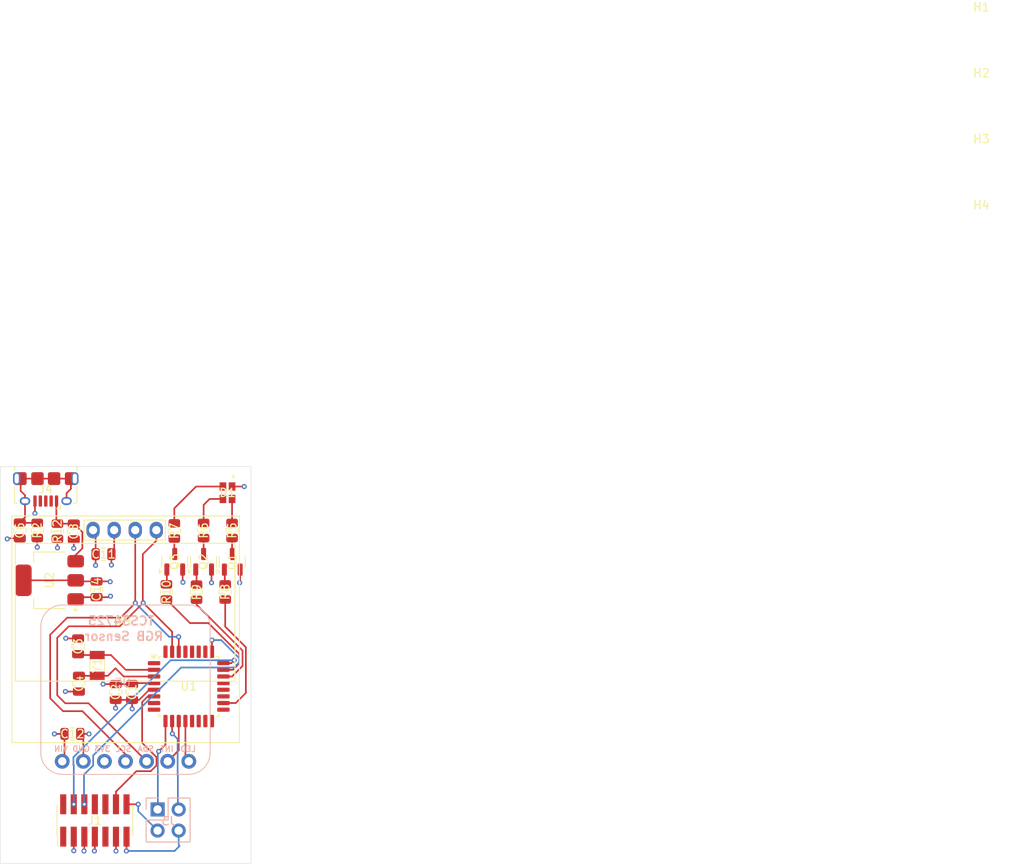
<source format=kicad_pcb>
(kicad_pcb (version 20241229) (generator "pcbnew") (generator_version "9.0")
  (title_block (title "RGB Reader PCB Design") (date "2025-11-04") (rev "1") (company "NAIT") (comment 1 "Jaedyn Carbonell"))
  (layers (0 "F.Cu" signal) (4 "In1.Cu" signal) (6 "In2.Cu" signal) (2 "B.Cu" signal) (13 "F.Paste" user) (15 "B.Paste" user) (5 "F.SilkS" user "F.Silkscreen") (7 "B.SilkS" user "B.Silkscreen") (1 "F.Mask" user) (3 "B.Mask" user) (25 "Edge.Cuts" user))
  (net 0 "")
  (net 1 "GND")
  (net 2 "+3.3V")
  (net 3 "Net-(U1-PC14)")
  (net 4 "Net-(U1-PC15)")
  (net 5 "VBUS")
  (net 6 "Net-(J1-VCP_TX)")
  (net 8 "Net-(J1-JCLK{slash}SWCLK)")
  (net 10 "Net-(J1-VCP_RX)")
  (net 11 "Net-(J1-JTMS{slash}SWDIO)")
  (net 12 "Net-(J1-~{RST})")
  (net 16 "Net-(J3-Pin_1)")
  (net 17 "Net-(J3-Pin_3)")
  (net 25 "LED")
  (net 29 "SCL")
  (net 31 "INT")
  (net 33 "SDA")
  (net 38 "Net-(Q1-B)")
  (net 39 "Net-(Q1-C)")
  (net 40 "Net-(Q2-C)")
  (net 41 "Net-(Q3-C)")
  (net 42 "Net-(D1-Pad2)")
  (net 43 "Net-(D1-Pad3)")
  (net 44 "Net-(D1-Pad4)")
  (net 45 "PWM1")
  (net 46 "PWM2")
  (net 47 "PWM3")
  (net 49 "Net-(J4-Shield)")
  (net 53 "Net-(Q2-B)")
  (net 54 "Net-(Q3-B)")
  (footprint "Capacitor_SMD:C_0805_2012Metric" (layer "F.Cu") (at 165.475 79.315 90)
    (property "Reference" "C8" (at 0 0 270) (layer "F.SilkS"))
    (property "Value" "10uF" (hide yes))
    (pad "1" smd roundrect (at -0.95 0 90) (size 1 1.45) (layers "F.Cu" "F.Mask" "F.Paste") (net 1 "GND"))
    (pad "2" smd roundrect (at 0.95 0 90) (size 1 1.45) (layers "F.Cu" "F.Mask" "F.Paste") (net 5 "VBUS"))
  )
  (footprint "Capacitor_SMD:C_0805_2012Metric" (layer "F.Cu") (at 172.4902 98.6492 -90)
    (property "Reference" "C1" (at 0 0 90) (layer "F.SilkS"))
    (property "Value" "1uF" (hide yes))
    (pad "1" smd roundrect (at -0.95 0 270) (size 1 1.45) (layers "F.Cu" "F.Mask" "F.Paste") (net 2 "+3.3V"))
    (pad "2" smd roundrect (at 0.95 0 270) (size 1 1.45) (layers "F.Cu" "F.Mask" "F.Paste") (net 1 "GND"))
  )
  (footprint "Resistor_SMD:R_0805_2012Metric" (layer "F.Cu") (at 163.5 79.29 90)
    (property "Reference" "R12" (at 0 0 90) (layer "F.SilkS"))
    (property "Value" "10K" (hide yes))
    (pad "1" smd roundrect (at -0.9125 0 90) (size 1.025 1.4) (layers "F.Cu" "F.Mask" "F.Paste") (roundrect_rratio 0.243902) (net 1 "GND"))
    (pad "2" smd roundrect (at 0.9125 0 90) (size 1.025 1.4) (layers "F.Cu" "F.Mask" "F.Paste") (roundrect_rratio 0.243902) (net 5 "VBUS"))
  )
  (footprint "MountingHole:MountingHole_3.2mm_M3" (layer "F.Cu") (at 274.725 36.25)
    (property "Reference" "H3" (at 0 -4.2 0) (layer "F.SilkS"))
    (property "Value" "MountingHole" (hide yes))
    (pad "" np_thru_hole circle (at 0 0) (size 3.2 3.2) (drill 3.2) (layers "*.Cu" "*.Mask"))
  )
  (footprint "MountingHole:MountingHole_3.2mm_M3" (layer "F.Cu") (at 274.725 44.2)
    (property "Reference" "H4" (at 0 -4.2 0) (layer "F.SilkS"))
    (property "Value" "MountingHole" (hide yes))
    (pad "" np_thru_hole circle (at 0 0) (size 3.2 3.2) (drill 3.2) (layers "*.Cu" "*.Mask"))
  )
  (footprint "Package_TO_SOT_SMD:SOT-223-3_TabPin2" (layer "F.Cu") (at 162.55 85.2 180)
    (property "Reference" "U2" (at 0 0 90) (layer "F.SilkS"))
    (property "Value" "NCP1117-3.3_SOT223" (hide yes))
    (pad "1" smd roundrect (at -3.15 -2.3 180) (size 2 1.5) (layers "F.Cu" "F.Mask" "F.Paste") (net 1 "GND"))
    (pad "2" smd roundrect (at -3.15 0 180) (size 2 1.5) (layers "F.Cu" "F.Mask" "F.Paste") (net 2 "+3.3V"))
    (pad "2" smd roundrect (at 3.15 0 180) (size 2 3.8) (layers "F.Cu" "F.Mask" "F.Paste") (net 2 "+3.3V"))
    (pad "3" smd roundrect (at -3.15 2.3 180) (size 2 1.5) (layers "F.Cu" "F.Mask" "F.Paste") (net 5 "VBUS"))
  )
  (footprint "Capacitor_SMD:C_0805_2012Metric" (layer "F.Cu") (at 168.21 86.28 90)
    (property "Reference" "C14" (at 0 0 90) (layer "F.SilkS"))
    (property "Value" "10uF" (hide yes))
    (pad "1" smd roundrect (at -0.95 0 90) (size 1 1.45) (layers "F.Cu" "F.Mask" "F.Paste") (net 1 "GND"))
    (pad "2" smd roundrect (at 0.95 0 90) (size 1 1.45) (layers "F.Cu" "F.Mask" "F.Paste") (net 2 "+3.3V"))
  )
  (footprint "Package_TO_SOT_SMD:SOT-23" (layer "F.Cu") (at 181.1 82.9625 90)
    (property "Reference" "Q2" (at 0 0 90) (layer "F.SilkS"))
    (property "Value" "MMBT3904" (hide yes))
    (pad "1" smd roundrect (at -0.9375 -0.95 90) (size 1.475 0.6) (layers "F.Cu" "F.Mask" "F.Paste") (net 53 "Net-(Q2-B)"))
    (pad "2" smd roundrect (at -0.9375 0.95 90) (size 1.475 0.6) (layers "F.Cu" "F.Mask" "F.Paste") (net 1 "GND"))
    (pad "3" smd roundrect (at 0.9375 0 90) (size 1.475 0.6) (layers "F.Cu" "F.Mask" "F.Paste") (net 40 "Net-(Q2-C)"))
  )
  (footprint "Capacitor_SMD:C_0805_2012Metric" (layer "F.Cu") (at 158.975 79.19 -90)
    (property "Reference" "C6" (at 0 0 90) (layer "F.SilkS"))
    (property "Value" "4.7nF 1KV" (hide yes))
    (pad "1" smd roundrect (at -0.95 0 270) (size 1 1.45) (layers "F.Cu" "F.Mask" "F.Paste") (net 49 "Net-(J4-Shield)"))
    (pad "2" smd roundrect (at 0.95 0 270) (size 1 1.45) (layers "F.Cu" "F.Mask" "F.Paste") (net 1 "GND"))
  )
  (footprint "RGB_LED:LED_CLMVC-FKA-CLBDGL7LBB79353" (layer "F.Cu") (at 183.975 74.65 -90)
    (property "Reference" "D1" (at 0 0 180) (layer "F.SilkS"))
    (property "Value" "CLMVC-FKA-CLBDGL7LBB79353" (hide yes))
    (pad "1" smd rect (at -0.75 -0.55 270) (size 1 0.8) (layers "F.Cu" "F.Mask" "F.Paste") (net 2 "+3.3V"))
    (pad "2" smd rect (at 0.75 -0.55 270) (size 1 0.8) (layers "F.Cu" "F.Mask" "F.Paste") (net 42 "Net-(D1-Pad2)"))
    (pad "3" smd rect (at 0.75 0.55 270) (size 1 0.8) (layers "F.Cu" "F.Mask" "F.Paste") (net 43 "Net-(D1-Pad3)"))
    (pad "4" smd rect (at -0.75 0.55 270) (size 1 0.8) (layers "F.Cu" "F.Mask" "F.Paste") (net 44 "Net-(D1-Pad4)"))
  )
  (footprint "MountingHole:MountingHole_3.2mm_M3" (layer "F.Cu") (at 274.725 28.3)
    (property "Reference" "H2" (at 0 -4.2 0) (layer "F.SilkS"))
    (property "Value" "MountingHole")
    (pad "" np_thru_hole circle (at 0 0) (size 3.2 3.2) (drill 3.2) (layers "*.Cu" "*.Mask"))
  )
  (footprint "Connector_USB:USB_Micro-B_Amphenol_10118194_Horizontal" (layer "F.Cu") (at 162.1 74.25 180)
    (property "Reference" "J4" (at 0 0 0) (layer "F.SilkS"))
    (property "Value" "USB_B_Micro")
    (pad "1" smd roundrect (at -1.3 -1.4 180) (size 0.4 1.35) (layers "F.Cu" "F.Mask" "F.Paste") (net 5 "VBUS"))
    (pad "2" smd roundrect (at -0.65 -1.4 180) (size 0.4 1.35) (layers "F.Cu" "F.Mask" "F.Paste"))
    (pad "3" smd roundrect (at 0 -1.4 180) (size 0.4 1.35) (layers "F.Cu" "F.Mask" "F.Paste"))
    (pad "4" smd roundrect (at 0.65 -1.4 180) (size 0.4 1.35) (layers "F.Cu" "F.Mask" "F.Paste"))
    (pad "5" smd roundrect (at 1.3 -1.4 180) (size 0.4 1.35) (layers "F.Cu" "F.Mask" "F.Paste") (net 1 "GND"))
    (pad "6" thru_hole oval (at -3.5 1.3 180) (size 0.89 1.55) (drill oval 0.5 1.15) (property pad_prop_heatsink) (layers "*.Cu" "*.Mask") (net 49 "Net-(J4-Shield)"))
    (pad "6" smd roundrect (at -3.025 1.3 180) (size 1.45 1.55) (layers "F.Cu" "F.Mask" "F.Paste") (roundrect_rratio 0.1724137931) (net 49 "Net-(J4-Shield)"))
    (pad "6" thru_hole oval (at -2.5 -1.4 180) (size 1.25 0.95) (drill oval 0.85 0.55) (property pad_prop_heatsink) (layers "*.Cu" "*.Mask") (net 49 "Net-(J4-Shield)"))
    (pad "6" smd roundrect (at -1 1.3 180) (size 1.5 1.55) (layers "F.Cu" "F.Mask" "F.Paste") (roundrect_rratio 0.1666666667) (net 49 "Net-(J4-Shield)"))
    (pad "6" smd roundrect (at 1 1.3 180) (size 1.5 1.55) (layers "F.Cu" "F.Mask" "F.Paste") (roundrect_rratio 0.1666666667) (net 49 "Net-(J4-Shield)"))
    (pad "6" thru_hole oval (at 2.5 -1.4 180) (size 1.25 0.95) (drill oval 0.85 0.55) (property pad_prop_heatsink) (layers "*.Cu" "*.Mask") (net 49 "Net-(J4-Shield)"))
    (pad "6" smd roundrect (at 3.025 1.3 180) (size 1.45 1.55) (layers "F.Cu" "F.Mask" "F.Paste") (roundrect_rratio 0.1724137931) (net 49 "Net-(J4-Shield)"))
    (pad "6" thru_hole oval (at 3.5 1.3 180) (size 0.89 1.55) (drill oval 0.5 1.15) (property pad_prop_heatsink) (layers "*.Cu" "*.Mask") (net 49 "Net-(J4-Shield)"))
  )
  (footprint "Connector_PinHeader_1.27mm:PinHeader_2x07_P1.27mm_Vertical_SMD" (layer "F.Cu") (at 168.01 114.125 90)
    (property "Reference" "J1" (at 0 0 180) (layer "F.SilkS"))
    (property "Value" "Conn_ST_STDC14" (hide yes))
    (pad "1" smd rect (at -1.95 -3.81 90) (size 2.4 0.74) (layers "F.Cu" "F.Mask" "F.Paste"))
    (pad "2" smd rect (at 1.95 -3.81 90) (size 2.4 0.74) (layers "F.Cu" "F.Mask" "F.Paste"))
    (pad "3" smd rect (at -1.95 -2.54 90) (size 2.4 0.74) (layers "F.Cu" "F.Mask" "F.Paste") (net 2 "+3.3V"))
    (pad "4" smd rect (at 1.95 -2.54 90) (size 2.4 0.74) (layers "F.Cu" "F.Mask" "F.Paste") (net 11 "Net-(J1-JTMS{slash}SWDIO)"))
    (pad "5" smd rect (at -1.95 -1.27 90) (size 2.4 0.74) (layers "F.Cu" "F.Mask" "F.Paste") (net 1 "GND"))
    (pad "6" smd rect (at 1.95 -1.27 90) (size 2.4 0.74) (layers "F.Cu" "F.Mask" "F.Paste") (net 8 "Net-(J1-JCLK{slash}SWCLK)"))
    (pad "7" smd rect (at -1.95 0 90) (size 2.4 0.74) (layers "F.Cu" "F.Mask" "F.Paste") (net 1 "GND"))
    (pad "8" smd rect (at 1.95 0 90) (size 2.4 0.74) (layers "F.Cu" "F.Mask" "F.Paste"))
    (pad "9" smd rect (at -1.95 1.27 90) (size 2.4 0.74) (layers "F.Cu" "F.Mask" "F.Paste"))
    (pad "10" smd rect (at 1.95 1.27 90) (size 2.4 0.74) (layers "F.Cu" "F.Mask" "F.Paste"))
    (pad "11" smd rect (at -1.95 2.54 90) (size 2.4 0.74) (layers "F.Cu" "F.Mask" "F.Paste") (net 1 "GND"))
    (pad "12" smd rect (at 1.95 2.54 90) (size 2.4 0.74) (layers "F.Cu" "F.Mask" "F.Paste") (net 12 "Net-(J1-~{RST})"))
    (pad "13" smd rect (at -1.95 3.81 90) (size 2.4 0.74) (layers "F.Cu" "F.Mask" "F.Paste") (net 10 "Net-(J1-VCP_RX)"))
    (pad "14" smd rect (at 1.95 3.81 90) (size 2.4 0.74) (layers "F.Cu" "F.Mask" "F.Paste") (net 6 "Net-(J1-VCP_TX)"))
  )
  (footprint "Package_QFP:LQFP-32_7x7mm_P0.8mm" (layer "F.Cu") (at 179.31 97.98)
    (property "Reference" "U1" (at 0 0 0) (layer "F.SilkS"))
    (property "Value" "STM32G031K8Tx")
    (pad "1" smd roundrect (at -4.175 -2.8) (size 1.5 0.5) (layers "F.Cu" "F.Mask" "F.Paste"))
    (pad "2" smd roundrect (at -4.175 -2) (size 1.5 0.5) (layers "F.Cu" "F.Mask" "F.Paste") (net 3 "Net-(U1-PC14)"))
    (pad "3" smd roundrect (at -4.175 -1.2) (size 1.5 0.5) (layers "F.Cu" "F.Mask" "F.Paste") (net 4 "Net-(U1-PC15)"))
    (pad "4" smd roundrect (at -4.175 -0.4) (size 1.5 0.5) (layers "F.Cu" "F.Mask" "F.Paste") (net 2 "+3.3V"))
    (pad "5" smd roundrect (at -4.175 0.4) (size 1.5 0.5) (layers "F.Cu" "F.Mask" "F.Paste") (net 1 "GND"))
    (pad "6" smd roundrect (at -4.175 1.2) (size 1.5 0.5) (layers "F.Cu" "F.Mask" "F.Paste") (net 12 "Net-(J1-~{RST})"))
    (pad "7" smd roundrect (at -4.175 2) (size 1.5 0.5) (layers "F.Cu" "F.Mask" "F.Paste"))
    (pad "8" smd roundrect (at -4.175 2.8) (size 1.5 0.5) (layers "F.Cu" "F.Mask" "F.Paste"))
    (pad "9" smd roundrect (at -2.8 4.175) (size 0.5 1.5) (layers "F.Cu" "F.Mask" "F.Paste") (net 16 "Net-(J3-Pin_1)"))
    (pad "10" smd roundrect (at -2 4.175) (size 0.5 1.5) (layers "F.Cu" "F.Mask" "F.Paste") (net 17 "Net-(J3-Pin_3)"))
    (pad "11" smd roundrect (at -1.2 4.175) (size 0.5 1.5) (layers "F.Cu" "F.Mask" "F.Paste") (net 31 "INT"))
    (pad "12" smd roundrect (at -0.4 4.175) (size 0.5 1.5) (layers "F.Cu" "F.Mask" "F.Paste") (net 25 "LED"))
    (pad "13" smd roundrect (at 0.4 4.175) (size 0.5 1.5) (layers "F.Cu" "F.Mask" "F.Paste"))
    (pad "14" smd roundrect (at 1.2 4.175) (size 0.5 1.5) (layers "F.Cu" "F.Mask" "F.Paste"))
    (pad "15" smd roundrect (at 2 4.175) (size 0.5 1.5) (layers "F.Cu" "F.Mask" "F.Paste"))
    (pad "16" smd roundrect (at 2.8 4.175) (size 0.5 1.5) (layers "F.Cu" "F.Mask" "F.Paste"))
    (pad "17" smd roundrect (at 4.175 2.8) (size 1.5 0.5) (layers "F.Cu" "F.Mask" "F.Paste"))
    (pad "18" smd roundrect (at 4.175 2) (size 1.5 0.5) (layers "F.Cu" "F.Mask" "F.Paste") (net 45 "PWM1"))
    (pad "19" smd roundrect (at 4.175 1.2) (size 1.5 0.5) (layers "F.Cu" "F.Mask" "F.Paste"))
    (pad "20" smd roundrect (at 4.175 0.4) (size 1.5 0.5) (layers "F.Cu" "F.Mask" "F.Paste"))
    (pad "21" smd roundrect (at 4.175 -0.4) (size 1.5 0.5) (layers "F.Cu" "F.Mask" "F.Paste"))
    (pad "22" smd roundrect (at 4.175 -1.2) (size 1.5 0.5) (layers "F.Cu" "F.Mask" "F.Paste") (net 46 "PWM2"))
    (pad "23" smd roundrect (at 4.175 -2) (size 1.5 0.5) (layers "F.Cu" "F.Mask" "F.Paste") (net 47 "PWM3"))
    (pad "24" smd roundrect (at 4.175 -2.8) (size 1.5 0.5) (layers "F.Cu" "F.Mask" "F.Paste") (net 11 "Net-(J1-JTMS{slash}SWDIO)"))
    (pad "25" smd roundrect (at 2.8 -4.175) (size 0.5 1.5) (layers "F.Cu" "F.Mask" "F.Paste") (net 8 "Net-(J1-JCLK{slash}SWCLK)"))
    (pad "26" smd roundrect (at 2 -4.175) (size 0.5 1.5) (layers "F.Cu" "F.Mask" "F.Paste"))
    (pad "27" smd roundrect (at 1.2 -4.175) (size 0.5 1.5) (layers "F.Cu" "F.Mask" "F.Paste"))
    (pad "28" smd roundrect (at 0.4 -4.175) (size 0.5 1.5) (layers "F.Cu" "F.Mask" "F.Paste"))
    (pad "29" smd roundrect (at -0.4 -4.175) (size 0.5 1.5) (layers "F.Cu" "F.Mask" "F.Paste"))
    (pad "30" smd roundrect (at -1.2 -4.175) (size 0.5 1.5) (layers "F.Cu" "F.Mask" "F.Paste") (net 29 "SCL"))
    (pad "31" smd roundrect (at -2 -4.175) (size 0.5 1.5) (layers "F.Cu" "F.Mask" "F.Paste") (net 33 "SDA"))
    (pad "32" smd roundrect (at -2.8 -4.175) (size 0.5 1.5) (layers "F.Cu" "F.Mask" "F.Paste"))
  )
  (footprint "Capacitor_SMD:C_0805_2012Metric" (layer "F.Cu") (at 166.0902 97.6492 -90)
    (property "Reference" "C4" (at 0 0 90) (layer "F.SilkS"))
    (property "Value" "12.5pF" (hide yes))
    (pad "1" smd roundrect (at -0.95 0 270) (size 1 1.45) (layers "F.Cu" "F.Mask" "F.Paste") (net 4 "Net-(U1-PC15)"))
    (pad "2" smd roundrect (at 0.95 0 270) (size 1 1.45) (layers "F.Cu" "F.Mask" "F.Paste") (net 1 "GND"))
  )
  (footprint "Resistor_SMD:R_0805_2012Metric" (layer "F.Cu") (at 177.575 79.25 -90)
    (property "Reference" "R7" (at 0 0 90) (layer "F.SilkS"))
    (property "Value" "51" (hide yes))
    (pad "1" smd roundrect (at -0.9125 0 270) (size 1.025 1.4) (layers "F.Cu" "F.Mask" "F.Paste") (roundrect_rratio 0.243902) (net 44 "Net-(D1-Pad4)"))
    (pad "2" smd roundrect (at 0.9125 0 270) (size 1.025 1.4) (layers "F.Cu" "F.Mask" "F.Paste") (roundrect_rratio 0.243902) (net 41 "Net-(Q3-C)"))
  )
  (footprint "Capacitor_SMD:C_0805_2012Metric" (layer "F.Cu") (at 169.05 82.05 180)
    (property "Reference" "C11" (at 0 0 180) (layer "F.SilkS"))
    (property "Value" "0.1uF" (hide yes))
    (pad "1" smd roundrect (at -0.95 0 180) (size 1 1.45) (layers "F.Cu" "F.Mask" "F.Paste") (net 2 "+3.3V"))
    (pad "2" smd roundrect (at 0.95 0 180) (size 1 1.45) (layers "F.Cu" "F.Mask" "F.Paste") (net 1 "GND"))
  )
  (footprint "Resistor_SMD:R_0805_2012Metric" (layer "F.Cu") (at 161.075 79.19 -90)
    (property "Reference" "R2" (at 0 0 90) (layer "F.SilkS"))
    (property "Value" "1M" (hide yes))
    (pad "1" smd roundrect (at -0.9125 0 270) (size 1.025 1.4) (layers "F.Cu" "F.Mask" "F.Paste") (roundrect_rratio 0.243902) (net 49 "Net-(J4-Shield)"))
    (pad "2" smd roundrect (at 0.9125 0 270) (size 1.025 1.4) (layers "F.Cu" "F.Mask" "F.Paste") (roundrect_rratio 0.243902) (net 1 "GND"))
  )
  (footprint "MountingHole:MountingHole_3.2mm_M3" (layer "F.Cu") (at 274.725 20.35)
    (property "Reference" "H1" (at 0 -4.2 0) (layer "F.SilkS"))
    (property "Value" "MountingHole" (hide yes))
    (pad "" np_thru_hole circle (at 0 0) (size 3.2 3.2) (drill 3.2) (layers "*.Cu" "*.Mask"))
  )
  (footprint "Resistor_SMD:R_0805_2012Metric" (layer "F.Cu") (at 180.25 86.625 90)
    (property "Reference" "R9" (at 0 0 90) (layer "F.SilkS"))
    (property "Value" "10k" (hide yes))
    (pad "1" smd roundrect (at -0.9125 0 90) (size 1.025 1.4) (layers "F.Cu" "F.Mask" "F.Paste") (roundrect_rratio 0.243902) (net 46 "PWM2"))
    (pad "2" smd roundrect (at 0.9125 0 90) (size 1.025 1.4) (layers "F.Cu" "F.Mask" "F.Paste") (roundrect_rratio 0.243902) (net 53 "Net-(Q2-B)"))
  )
  (footprint "Capacitor_SMD:C_0805_2012Metric" (layer "F.Cu") (at 170.5152 98.6492 -90)
    (property "Reference" "C2" (at 0 0 90) (layer "F.SilkS"))
    (property "Value" "4.7uF" (hide yes))
    (pad "1" smd roundrect (at -0.95 0 270) (size 1 1.45) (layers "F.Cu" "F.Mask" "F.Paste") (net 2 "+3.3V"))
    (pad "2" smd roundrect (at 0.95 0 270) (size 1 1.45) (layers "F.Cu" "F.Mask" "F.Paste") (net 1 "GND"))
  )
  (footprint "Package_TO_SOT_SMD:SOT-23" (layer "F.Cu") (at 177.625 82.9625 90)
    (property "Reference" "Q3" (at 0 0 90) (layer "F.SilkS"))
    (property "Value" "MMBT3904" (hide yes))
    (pad "1" smd roundrect (at -0.9375 -0.95 90) (size 1.475 0.6) (layers "F.Cu" "F.Mask" "F.Paste") (net 54 "Net-(Q3-B)"))
    (pad "2" smd roundrect (at -0.9375 0.95 90) (size 1.475 0.6) (layers "F.Cu" "F.Mask" "F.Paste") (net 1 "GND"))
    (pad "3" smd roundrect (at 0.9375 0 90) (size 1.475 0.6) (layers "F.Cu" "F.Mask" "F.Paste") (net 41 "Net-(Q3-C)"))
  )
  (footprint "SSD1306:128x64OLED" (layer "F.Cu") (at 171.41 89.75)
    (property "Reference" "U4" (at 0 0.254 0) (layer "F.SilkS"))
    (property "Value" "SSD1306 128 x 64 OLED (0x3C)" (hide yes))
    (pad "1" thru_hole oval (at -3.62 -10.6 90) (size 2 1.6) (drill 1) (layers "*.Cu" "*.Mask") (net 1 "GND"))
    (pad "2" thru_hole oval (at -1.08 -10.6 90) (size 2 1.6) (drill 1) (layers "*.Cu" "*.Mask") (net 2 "+3.3V"))
    (pad "3" thru_hole oval (at 1.46 -10.6 90) (size 2 1.6) (drill 1) (layers "*.Cu" "*.Mask") (net 29 "SCL"))
    (pad "4" thru_hole oval (at 4 -10.6 90) (size 2 1.6) (drill 1) (layers "*.Cu" "*.Mask") (net 33 "SDA"))
  )
  (footprint "Capacitor_SMD:C_0805_2012Metric" (layer "F.Cu") (at 165.9902 93.1492 90)
    (property "Reference" "C3" (at 0 0 90) (layer "F.SilkS"))
    (property "Value" "12.5pF" (hide yes))
    (pad "1" smd roundrect (at -0.95 0 90) (size 1 1.45) (layers "F.Cu" "F.Mask" "F.Paste") (net 3 "Net-(U1-PC14)"))
    (pad "2" smd roundrect (at 0.95 0 90) (size 1 1.45) (layers "F.Cu" "F.Mask" "F.Paste") (net 1 "GND"))
  )
  (footprint "Resistor_SMD:R_0805_2012Metric" (layer "F.Cu") (at 184.525 79.2 -90)
    (property "Reference" "R5" (at 0 0 90) (layer "F.SilkS"))
    (property "Value" "470" (hide yes))
    (pad "1" smd roundrect (at -0.9125 0 270) (size 1.025 1.4) (layers "F.Cu" "F.Mask" "F.Paste") (roundrect_rratio 0.243902) (net 42 "Net-(D1-Pad2)"))
    (pad "2" smd roundrect (at 0.9125 0 270) (size 1.025 1.4) (layers "F.Cu" "F.Mask" "F.Paste") (roundrect_rratio 0.243902) (net 39 "Net-(Q1-C)"))
  )
  (footprint "Package_TO_SOT_SMD:SOT-23" (layer "F.Cu") (at 184.55 82.975 90)
    (property "Reference" "Q1" (at 0 0 90) (layer "F.SilkS"))
    (property "Value" "MMBT3904" (hide yes))
    (pad "1" smd roundrect (at -0.9375 -0.95 90) (size 1.475 0.6) (layers "F.Cu" "F.Mask" "F.Paste") (net 38 "Net-(Q1-B)"))
    (pad "2" smd roundrect (at -0.9375 0.95 90) (size 1.475 0.6) (layers "F.Cu" "F.Mask" "F.Paste") (net 1 "GND"))
    (pad "3" smd roundrect (at 0.9375 0 90) (size 1.475 0.6) (layers "F.Cu" "F.Mask" "F.Paste") (net 39 "Net-(Q1-C)"))
  )
  (footprint "Resistor_SMD:R_0805_2012Metric" (layer "F.Cu") (at 176.625 86.6 90)
    (property "Reference" "R10" (at 0 0 90) (layer "F.SilkS"))
    (property "Value" "10k" (hide yes))
    (pad "1" smd roundrect (at -0.9125 0 90) (size 1.025 1.4) (layers "F.Cu" "F.Mask" "F.Paste") (roundrect_rratio 0.243902) (net 47 "PWM3"))
    (pad "2" smd roundrect (at 0.9125 0 90) (size 1.025 1.4) (layers "F.Cu" "F.Mask" "F.Paste") (roundrect_rratio 0.243902) (net 54 "Net-(Q3-B)"))
  )
  (footprint "Resistor_SMD:R_0805_2012Metric" (layer "F.Cu") (at 181.1 79.2 -90)
    (property "Reference" "R6" (at 0 0 90) (layer "F.SilkS"))
    (property "Value" "220" (hide yes))
    (pad "1" smd roundrect (at -0.9125 0 270) (size 1.025 1.4) (layers "F.Cu" "F.Mask" "F.Paste") (roundrect_rratio 0.243902) (net 43 "Net-(D1-Pad3)"))
    (pad "2" smd roundrect (at 0.9125 0 270) (size 1.025 1.4) (layers "F.Cu" "F.Mask" "F.Paste") (roundrect_rratio 0.243902) (net 40 "Net-(Q2-C)"))
  )
  (footprint "Resistor_SMD:R_0805_2012Metric" (layer "F.Cu") (at 183.7 86.6 90)
    (property "Reference" "R8" (at 0 0 90) (layer "F.SilkS"))
    (property "Value" "10k" (hide yes))
    (pad "1" smd roundrect (at -0.9125 0 90) (size 1.025 1.4) (layers "F.Cu" "F.Mask" "F.Paste") (roundrect_rratio 0.243902) (net 45 "PWM1"))
    (pad "2" smd roundrect (at 0.9125 0 90) (size 1.025 1.4) (layers "F.Cu" "F.Mask" "F.Paste") (roundrect_rratio 0.243902) (net 38 "Net-(Q1-B)"))
  )
  (footprint "Capacitor_SMD:C_0805_2012Metric" (layer "F.Cu") (at 165.3 103.7)
    (property "Reference" "C12" (at 0 0 0) (layer "F.SilkS"))
    (property "Value" "0.1uF" (hide yes))
    (pad "1" smd roundrect (at -0.95 0) (size 1 1.45) (layers "F.Cu" "F.Mask" "F.Paste") (net 2 "+3.3V"))
    (pad "2" smd roundrect (at 0.95 0) (size 1 1.45) (layers "F.Cu" "F.Mask" "F.Paste") (net 1 "GND"))
  )
  (footprint "Crystal:Crystal_SMD_3215-2Pin_3.2x1.5mm" (layer "F.Cu") (at 168.2902 95.4492 90)
    (property "Reference" "Y1" (at 0 0 90) (layer "F.SilkS"))
    (property "Value" "Crystal" (hide yes))
    (pad "1" smd rect (at 1.25 0 90) (size 1 1.8) (layers "F.Cu" "F.Mask" "F.Paste") (net 3 "Net-(U1-PC14)"))
    (pad "2" smd rect (at -1.25 0 90) (size 1 1.8) (layers "F.Cu" "F.Mask" "F.Paste") (net 4 "Net-(U1-PC15)"))
  )
  (footprint "Connector_PinHeader_2.54mm:PinHeader_2x02_P2.54mm_Vertical" (layer "B.Cu") (at 175.56 112.8 -90)
    (property "Reference" "J3" (at 1.4 -1.34 180) (layer "B.SilkS") (effects (justify mirror)))
    (property "Value" "Conn_02x02_Odd_Even" (hide yes))
    (pad "1" thru_hole rect (at 0 0 270) (size 1.7 1.7) (drill 1) (layers "*.Cu" "*.Mask") (net 16 "Net-(J3-Pin_1)"))
    (pad "2" thru_hole circle (at 2.54 0 270) (size 1.7 1.7) (drill 1) (layers "*.Cu" "*.Mask") (net 6 "Net-(J1-VCP_TX)"))
    (pad "3" thru_hole circle (at 0 -2.54 270) (size 1.7 1.7) (drill 1) (layers "*.Cu" "*.Mask") (net 17 "Net-(J3-Pin_3)"))
    (pad "4" thru_hole circle (at 2.54 -2.54 270) (size 1.7 1.7) (drill 1) (layers "*.Cu" "*.Mask") (net 10 "Net-(J1-VCP_RX)"))
  )
  (footprint "Sensor:TCS34725" (layer "B.Cu") (at 171.616051 87.632 180)
    (property "Reference" "U5" (at 0.265 -9.9025 0) (layer "B.SilkS") (effects (font (thickness 0.1)) (justify mirror)))
    (property "Value" "TCS34725 (0x29)")
    (fp_text user "TCS34725" (at -3.685 -3.0775 0) (layer "B.SilkS") (effects (font (size 1.0668 1.0668) (thickness 0.2032)) (justify left bottom mirror)))
    (fp_text user "SDA" (at -3.577949 -18.273 0) (layer "B.SilkS") (effects (font (size 0.682752 0.682752) (thickness 0.130048)) (justify left bottom mirror)))
    (fp_text user "LED" (at -8.637949 -18.273 0) (layer "B.SilkS") (effects (font (size 0.682752 0.682752) (thickness 0.130048)) (justify left bottom mirror)))
    (fp_text user "RGB Sensor" (at -4.728 -4.9315 0) (layer "B.SilkS") (effects (font (size 1.0668 1.0668) (thickness 0.2032)) (justify left bottom mirror)))
    (fp_text user "INT" (at -5.937949 -18.273 0) (layer "B.SilkS") (effects (font (size 0.682752 0.682752) (thickness 0.130048)) (justify left bottom mirror)))
    (fp_text user "SCL" (at -0.870949 -18.273 0) (layer "B.SilkS") (effects (font (size 0.682752 0.682752) (thickness 0.130048)) (justify left bottom mirror)))
    (fp_text user "GND" (at 4.129051 -18.273 0) (layer "B.SilkS") (effects (font (size 0.682752 0.682752) (thickness 0.130048)) (justify left bottom mirror)))
    (fp_text user "VIN" (at 6.789051 -18.273 0) (layer "B.SilkS") (effects (font (size 0.682752 0.682752) (thickness 0.130048)) (justify left bottom mirror)))
    (fp_text user "3V3" (at 1.676051 -18.273 0) (layer "B.SilkS") (effects (font (size 0.682752 0.682752) (thickness 0.130048)) (justify left bottom mirror)))
    (pad "1" thru_hole circle (at 7.536051 -19.368 270) (size 1.778 1.778) (drill 1) (layers "*.Cu" "*.Mask") (net 2 "+3.3V"))
    (pad "2" thru_hole circle (at 4.996051 -19.368 270) (size 1.778 1.778) (drill 1) (layers "*.Cu" "*.Mask") (net 1 "GND"))
    (pad "3" thru_hole circle (at 2.456051 -19.368 270) (size 1.778 1.778) (drill 1) (layers "*.Cu" "*.Mask"))
    (pad "4" thru_hole circle (at -0.083949 -19.368 270) (size 1.778 1.778) (drill 1) (layers "*.Cu" "*.Mask") (net 29 "SCL"))
    (pad "5" thru_hole circle (at -2.623949 -19.368 270) (size 1.778 1.778) (drill 1) (layers "*.Cu" "*.Mask") (net 33 "SDA"))
    (pad "6" thru_hole circle (at -5.163949 -19.368 270) (size 1.778 1.778) (drill 1) (layers "*.Cu" "*.Mask") (net 31 "INT"))
    (pad "7" thru_hole circle (at -7.703949 -19.368 270) (size 1.778 1.778) (drill 1) (layers "*.Cu" "*.Mask") (net 25 "LED"))
  )
  (gr_rect (start 156.625 71.5) (end 186.8 119.3) (stroke (width 0.05)) (fill no) (layer "Edge.Cuts"))
  (segment (start 169.77 87.23) (end 169.89 87.11) (width 0.2) (layer "F.Cu") (net 1))
  (segment (start 163.5 81.28) (end 163.51 81.29) (width 0.2) (layer "F.Cu") (net 1))
  (segment (start 166.74 116.075) (end 166.74 117.76) (width 0.2) (layer "F.Cu") (net 1))
  (segment (start 161.1 81.24) (end 161.075 81.215) (width 0.2) (layer "F.Cu") (net 1))
  (segment (start 178.575 85.405) (end 178.61 85.44) (width 0.2) (layer "F.Cu") (net 1))
  (segment (start 165.9902 92.1992) (end 164.5292 92.1992) (width 0.2) (layer "F.Cu") (net 1))
  (segment (start 166.25 103.7) (end 166.62 104.07) (width 0.2) (layer "F.Cu") (net 1))
  (segment (start 178.575 83.9) (end 178.575 85.405) (width 0.2) (layer "F.Cu") (net 1))
  (segment (start 165.97 87.23) (end 165.7 87.5) (width 0.2) (layer "F.Cu") (net 1))
  (segment (start 167.518251 103.7) (end 167.519832 103.701581) (width 0.2) (layer "F.Cu") (net 1))
  (segment (start 165.475 81.345) (end 165.47 81.35) (width 0.2) (layer "F.Cu") (net 1))
  (segment (start 185.5 83.9125) (end 185.5 85.43) (width 0.2) (layer "F.Cu") (net 1))
  (segment (start 172.4902 100.6702) (end 172.5 100.68) (width 0.2) (layer "F.Cu") (net 1))
  (segment (start 158.975 80.14) (end 157.53 80.14) (width 0.2) (layer "F.Cu") (net 1))
  (segment (start 160.8 75.65) (end 160.8 77.13) (width 0.2) (layer "F.Cu") (net 1))
  (segment (start 166.0902 98.5992) (end 164.4692 98.5992) (width 0.2) (layer "F.Cu") (net 1))
  (segment (start 172.4902 99.5992) (end 172.4902 100.6702) (width 0.2) (layer "F.Cu") (net 1))
  (segment (start 172.4902 99.5992) (end 173.3402 99.5992) (width 0.2) (layer "F.Cu") (net 1))
  (segment (start 157.53 80.14) (end 157.46 80.21) (width 0.2) (layer "F.Cu") (net 1))
  (segment (start 173.3402 99.5992) (end 174.5594 98.38) (width 0.2) (layer "F.Cu") (net 1))
  (segment (start 168.1 79.5) (end 167.8 79.2) (width 0.2) (layer "F.Cu") (net 1))
  (segment (start 168.21 87.23) (end 169.77 87.23) (width 0.2) (layer "F.Cu") (net 1))
  (segment (start 174.5594 98.38) (end 175.135 98.38) (width 0.2) (layer "F.Cu") (net 1))
  (segment (start 170.5152 99.5992) (end 172.4902 99.5992) (width 0.2) (layer "F.Cu") (net 1))
  (segment (start 166.62 104.07) (end 166.62 107) (width 0.2) (layer "F.Cu") (net 1))
  (segment (start 160.8 77.13) (end 160.79 77.14) (width 0.2) (layer "F.Cu") (net 1))
  (segment (start 168.21 87.23) (end 165.97 87.23) (width 0.2) (layer "F.Cu") (net 1))
  (segment (start 161.075 80.1025) (end 161.075 81.215) (width 0.2) (layer "F.Cu") (net 1))
  (segment (start 182.05 83.9) (end 182.05 85.49) (width 0.2) (layer "F.Cu") (net 1))
  (segment (start 170.5152 99.5992) (end 170.5152 100.6852) (width 0.2) (layer "F.Cu") (net 1))
  (segment (start 168.1 82.05) (end 168.1 83.4) (width 0.2) (layer "F.Cu") (net 1))
  (segment (start 168.01 116.075) (end 168.01 117.74) (width 0.2) (layer "F.Cu") (net 1))
  (segment (start 185.5 85.43) (end 185.44 85.49) (width 0.2) (layer "F.Cu") (net 1))
  (segment (start 165.475 80.265) (end 165.475 81.345) (width 0.2) (layer "F.Cu") (net 1))
  (segment (start 170.55 116.075) (end 170.55 117.75) (width 0.2) (layer "F.Cu") (net 1))
  (segment (start 168.01 117.74) (end 167.95 117.8) (width 0.2) (layer "F.Cu") (net 1))
  (segment (start 168.1 82.05) (end 168.1 79.5) (width 0.2) (layer "F.Cu") (net 1))
  (segment (start 170.6 117.8) (end 170.55 117.75) (width 0.2) (layer "F.Cu") (net 1))
  (segment (start 170.5152 100.6852) (end 170.57 100.74) (width 0.2) (layer "F.Cu") (net 1))
  (segment (start 164.5292 92.1992) (end 164.51 92.18) (width 0.2) (layer "F.Cu") (net 1))
  (segment (start 166.25 103.7) (end 167.518251 103.7) (width 0.2) (layer "F.Cu") (net 1))
  (segment (start 164.4692 98.5992) (end 164.46 98.59) (width 0.2) (layer "F.Cu") (net 1))
  (segment (start 166.74 117.76) (end 166.7 117.8) (width 0.2) (layer "F.Cu") (net 1))
  (segment (start 163.5 80.2025) (end 163.5 81.28) (width 0.2) (layer "F.Cu") (net 1))
  (via (at 170.5 100.6) (size 0.6) (drill 0.3) (layers "F.Cu" "B.Cu") (net 1))
  (via (at 167.3 103.7) (size 0.6) (drill 0.3) (layers "F.Cu" "B.Cu") (net 1))
  (via (at 170.55 117.8) (size 0.6) (drill 0.3) (layers "F.Cu" "B.Cu") (net 1))
  (via (at 182.05 85.49) (size 0.6) (drill 0.3) (layers "F.Cu" "B.Cu") (net 1))
  (via (at 166.7 117.8) (size 0.6) (drill 0.3) (layers "F.Cu" "B.Cu") (net 1))
  (via (at 164.51 92.18) (size 0.6) (drill 0.3) (layers "F.Cu" "B.Cu") (net 1))
  (via (at 164.46 98.59) (size 0.6) (drill 0.3) (layers "F.Cu" "B.Cu") (net 1))
  (via (at 163.51 81.29) (size 0.6) (drill 0.3) (layers "F.Cu" "B.Cu") (net 1))
  (via (at 168.1 83.4) (size 0.6) (drill 0.3) (layers "F.Cu" "B.Cu") (net 1))
  (via (at 157.46 80.21) (size 0.6) (drill 0.3) (layers "F.Cu" "B.Cu") (net 1))
  (via (at 161.075 81.215) (size 0.6) (drill 0.3) (layers "F.Cu" "B.Cu") (net 1))
  (via (at 185.44 85.49) (size 0.6) (drill 0.3) (layers "F.Cu" "B.Cu") (net 1))
  (via (at 160.79 77.14) (size 0.6) (drill 0.3) (layers "F.Cu" "B.Cu") (net 1))
  (via (at 167.95 117.8) (size 0.6) (drill 0.3) (layers "F.Cu" "B.Cu") (net 1))
  (via (at 169.89 87.11) (size 0.6) (drill 0.3) (layers "F.Cu" "B.Cu") (net 1))
  (via (at 165.47 81.35) (size 0.6) (drill 0.3) (layers "F.Cu" "B.Cu") (net 1))
  (via (at 172.5 100.68) (size 0.6) (drill 0.3) (layers "F.Cu" "B.Cu") (net 1))
  (via (at 178.61 85.44) (size 0.6) (drill 0.3) (layers "F.Cu" "B.Cu") (net 1))
  (segment (start 163.51 81.29) (end 163.61 81.39) (width 0.2) (layer "B.Cu") (net 1))
  (segment (start 169.89 87.11) (end 169.91 87.13) (width 0.2) (layer "B.Cu") (net 1))
  (segment (start 165.83 85.33) (end 165.7 85.2) (width 0.2) (layer "F.Cu") (net 2))
  (segment (start 170.5152 97.6992) (end 169.0008 97.6992) (width 0.2) (layer "F.Cu") (net 2))
  (segment (start 170 82.05) (end 170.34 81.71) (width 0.2) (layer "F.Cu") (net 2))
  (segment (start 172.4902 97.6992) (end 170.5152 97.6992) (width 0.2) (layer "F.Cu") (net 2))
  (segment (start 169.81 85.33) (end 169.85 85.37) (width 0.2) (layer "F.Cu") (net 2))
  (segment (start 168.21 85.33) (end 165.83 85.33) (width 0.2) (layer "F.Cu") (net 2))
  (segment (start 175.135 97.58) (end 172.6094 97.58) (width 0.2) (layer "F.Cu") (net 2))
  (segment (start 170.34 81.71) (end 170.34 79.2) (width 0.2) (layer "F.Cu") (net 2))
  (segment (start 168.21 85.33) (end 169.81 85.33) (width 0.2) (layer "F.Cu") (net 2))
  (segment (start 172.6094 97.58) (end 172.4902 97.6992) (width 0.2) (layer "F.Cu") (net 2))
  (segment (start 164.35 103.7) (end 164.35 106.73) (width 0.2) (layer "F.Cu") (net 2))
  (segment (start 165.5 117.8) (end 165.47 117.77) (width 0.2) (layer "F.Cu") (net 2))
  (segment (start 164.35 106.73) (end 164.08 107) (width 0.2) (layer "F.Cu") (net 2))
  (segment (start 164.35 103.7) (end 163.26 103.7) (width 0.2) (layer "F.Cu") (net 2))
  (segment (start 184.525 73.9) (end 185.9875 73.9) (width 0.2) (layer "F.Cu") (net 2))
  (segment (start 165.47 116.075) (end 165.47 117.77) (width 0.2) (layer "F.Cu") (net 2))
  (segment (start 159.4 85.2) (end 165.7 85.2) (width 0.2) (layer "F.Cu") (net 2))
  (segment (start 170 82.05) (end 170 83.3) (width 0.2) (layer "F.Cu") (net 2))
  (segment (start 169.0008 97.6992) (end 169 97.7) (width 0.2) (layer "F.Cu") (net 2))
  (via (at 169.85 85.37) (size 0.6) (drill 0.3) (layers "F.Cu" "B.Cu") (net 2))
  (via (at 185.9875 73.9) (size 0.6) (drill 0.3) (layers "F.Cu" "B.Cu") (net 2))
  (via (at 163.14 103.7) (size 0.6) (drill 0.3) (layers "F.Cu" "B.Cu") (net 2))
  (via (at 169 97.7) (size 0.6) (drill 0.3) (layers "F.Cu" "B.Cu") (net 2))
  (via (at 170 83.35) (size 0.6) (drill 0.3) (layers "F.Cu" "B.Cu") (net 2))
  (via (at 165.47 117.77) (size 0.6) (drill 0.3) (layers "F.Cu" "B.Cu") (net 2))
  (segment (start 169.9402 94.1992) (end 171.721 95.98) (width 0.2) (layer "F.Cu") (net 3))
  (segment (start 166.0902 94.1992) (end 165.9902 94.0992) (width 0.2) (layer "F.Cu") (net 3))
  (segment (start 168.2902 94.1992) (end 169.9402 94.1992) (width 0.2) (layer "F.Cu") (net 3))
  (segment (start 171.721 95.98) (end 175.135 95.98) (width 0.2) (layer "F.Cu") (net 3))
  (segment (start 168.2902 94.1992) (end 166.0902 94.1992) (width 0.2) (layer "F.Cu") (net 3))
  (segment (start 170.490589 95.790589) (end 169.581979 96.6992) (width 0.2) (layer "F.Cu") (net 4))
  (segment (start 171.48 96.78) (end 170.490589 95.790589) (width 0.2) (layer "F.Cu") (net 4))
  (segment (start 169.581979 96.6992) (end 168.2902 96.6992) (width 0.2) (layer "F.Cu") (net 4))
  (segment (start 175.135 96.78) (end 171.48 96.78) (width 0.2) (layer "F.Cu") (net 4))
  (segment (start 168.2902 96.6992) (end 166.0902 96.6992) (width 0.2) (layer "F.Cu") (net 4))
  (segment (start 166.501 81.349) (end 166.501 79.391) (width 0.2) (layer "F.Cu") (net 5))
  (segment (start 163.5 78.3775) (end 165.4625 78.3775) (width 0.2) (layer "F.Cu") (net 5))
  (segment (start 165.7 82.9) (end 165.7 82.15) (width 0.2) (layer "F.Cu") (net 5))
  (segment (start 163.375 76.125) (end 163.375 78.2525) (width 0.2) (layer "F.Cu") (net 5))
  (segment (start 163.375 78.2525) (end 163.5 78.3775) (width 0.2) (layer "F.Cu") (net 5))
  (segment (start 165.4625 78.3775) (end 165.475 78.365) (width 0.2) (layer "F.Cu") (net 5))
  (segment (start 166.501 79.391) (end 165.475 78.365) (width 0.2) (layer "F.Cu") (net 5))
  (segment (start 165.7 82.15) (end 166.501 81.349) (width 0.2) (layer "F.Cu") (net 5))
  (segment (start 171.82 112.175) (end 173.225 112.175) (width 0.2) (layer "F.Cu") (net 6))
  (via (at 173.225 112.175) (size 0.6) (drill 0.3) (layers "F.Cu" "B.Cu") (net 6))
  (via (at 175.56 115.34) (size 0.6) (drill 0.3) (layers "F.Cu" "B.Cu") (net 6))
  (segment (start 173.225 112.175) (end 173.225 113.005) (width 0.2) (layer "B.Cu") (net 6))
  (segment (start 173.225 113.005) (end 175.56 115.34) (width 0.2) (layer "B.Cu") (net 6))
  (segment (start 182.11 93.805) (end 182.11 92.41) (width 0.2) (layer "F.Cu") (net 8))
  (segment (start 182.11 92.41) (end 182.1 92.4) (width 0.2) (layer "F.Cu") (net 8))
  (via (at 166.74 112.175) (size 0.6) (drill 0.3) (layers "F.Cu" "B.Cu") (net 8))
  (via (at 182.1 92.4) (size 0.6) (drill 0.3) (layers "F.Cu" "B.Cu") (net 8))
  (segment (start 185.3855 95.074678) (end 185.3855 94.576792) (width 0.2) (layer "B.Cu") (net 8))
  (segment (start 184.760178 95.7) (end 185.3855 95.074678) (width 0.2) (layer "B.Cu") (net 8))
  (segment (start 167.81 106.29) (end 178.4 95.7) (width 0.2) (layer "B.Cu") (net 8))
  (segment (start 166.7 108.602914) (end 167.81 107.492914) (width 0.2) (layer "B.Cu") (net 8))
  (segment (start 167.81 107.492914) (end 167.81 106.29) (width 0.2) (layer "B.Cu") (net 8))
  (segment (start 166.74 112.26) (end 166.7 112.3) (width 0.2) (layer "B.Cu") (net 8))
  (segment (start 178.4 95.7) (end 184.760178 95.7) (width 0.2) (layer "B.Cu") (net 8))
  (segment (start 166.7 112.3) (end 166.7 108.602914) (width 0.2) (layer "B.Cu") (net 8))
  (segment (start 166.74 112.175) (end 166.74 112.26) (width 0.2) (layer "B.Cu") (net 8))
  (segment (start 183.208708 92.4) (end 182.1 92.4) (width 0.2) (layer "B.Cu") (net 8))
  (segment (start 185.3855 94.576792) (end 183.208708 92.4) (width 0.2) (layer "B.Cu") (net 8))
  (segment (start 171.82 117.78) (end 171.8 117.8) (width 0.2) (layer "F.Cu") (net 10))
  (segment (start 171.82 116.075) (end 171.82 117.78) (width 0.2) (layer "F.Cu") (net 10))
  (via (at 171.8 117.8) (size 0.6) (drill 0.3) (layers "F.Cu" "B.Cu") (net 10))
  (segment (start 178.1 117.1) (end 178.1 115.34) (width 0.2) (layer "B.Cu") (net 10))
  (segment (start 178.2 117.2) (end 178.1 117.1) (width 0.2) (layer "B.Cu") (net 10))
  (segment (start 177.6 117.8) (end 178.2 117.2) (width 0.2) (layer "B.Cu") (net 10))
  (segment (start 177.6 117.8) (end 171.8 117.8) (width 0.2) (layer "B.Cu") (net 10))
  (segment (start 184.430235 95.18) (end 184.7845 94.825735) (width 0.2) (layer "F.Cu") (net 11))
  (segment (start 183.6 95.25) (end 183.5 95.15) (width 0.2) (layer "F.Cu") (net 11))
  (segment (start 183.485 95.18) (end 184.430235 95.18) (width 0.2) (layer "F.Cu") (net 11))
  (via (at 184.7845 94.825735) (size 0.6) (drill 0.3) (layers "F.Cu" "B.Cu") (net 11))
  (via (at 165.47 112.175) (size 0.6) (drill 0.3) (layers "F.Cu" "B.Cu") (net 11))
  (segment (start 165.43 107.4) (end 165.43 107.492915) (width 0.2) (layer "B.Cu") (net 11))
  (segment (start 165.43 106.507085) (end 165.43 107.4) (width 0.2) (layer "B.Cu") (net 11))
  (segment (start 165.47 112.175) (end 165.47 107.44) (width 0.2) (layer "B.Cu") (net 11))
  (segment (start 184.7845 94.825735) (end 177.124208 94.825735) (width 0.2) (layer "B.Cu") (net 11))
  (segment (start 165.47 107.44) (end 165.43 107.4) (width 0.2) (layer "B.Cu") (net 11))
  (segment (start 166.127085 105.81) (end 165.43 106.507085) (width 0.2) (layer "B.Cu") (net 11))
  (segment (start 166.139943 105.81) (end 166.127085 105.81) (width 0.2) (layer "B.Cu") (net 11))
  (segment (start 177.124208 94.825735) (end 166.139943 105.81) (width 0.2) (layer "B.Cu") (net 11))
  (segment (start 174.579082 99.18) (end 175.135 99.18) (width 0.2) (layer "F.Cu") (net 12))
  (segment (start 175.43 106.507085) (end 175.43 107.492915) (width 0.2) (layer "F.Cu") (net 12))
  (segment (start 173.700384 104.777469) (end 175.43 106.507085) (width 0.2) (layer "F.Cu") (net 12))
  (segment (start 173.01 108.19) (end 173.705 108.19) (width 0.2) (layer "F.Cu") (net 12))
  (segment (start 170.55 112.175) (end 170.55 110.65) (width 0.2) (layer "F.Cu") (net 12))
  (segment (start 175.135 99.18) (end 174.385001 99.18) (width 0.2) (layer "F.Cu") (net 12))
  (segment (start 174.385001 99.18) (end 173.700384 99.864617) (width 0.2) (layer "F.Cu") (net 12))
  (segment (start 174.732915 108.19) (end 173.8 108.19) (width 0.2) (layer "F.Cu") (net 12))
  (segment (start 170.55 110.65) (end 173.01 108.19) (width 0.2) (layer "F.Cu") (net 12))
  (segment (start 173.700384 99.864617) (end 173.700384 104.777469) (width 0.2) (layer "F.Cu") (net 12))
  (segment (start 175.43 107.492915) (end 174.732915 108.19) (width 0.2) (layer "F.Cu") (net 12))
  (segment (start 176.51 104.99) (end 175.7 105.8) (width 0.2) (layer "F.Cu") (net 16))
  (segment (start 176.51 102.155) (end 176.51 104.99) (width 0.2) (layer "F.Cu") (net 16))
  (via (at 175.7 105.8) (size 0.6) (drill 0.3) (layers "F.Cu" "B.Cu") (net 16))
  (segment (start 175.7 105.8) (end 175.59 105.91) (width 0.2) (layer "B.Cu") (net 16))
  (segment (start 175.59 112.69) (end 175.7 112.8) (width 0.2) (layer "B.Cu") (net 16))
  (segment (start 175.59 105.91) (end 175.59 112.69) (width 0.2) (layer "B.Cu") (net 16))
  (segment (start 177.31 103.65) (end 177.34 103.68) (width 0.2) (layer "F.Cu") (net 17))
  (segment (start 177.31 102.155) (end 177.31 103.65) (width 0.2) (layer "F.Cu") (net 17))
  (via (at 177.34 103.68) (size 0.6) (drill 0.3) (layers "F.Cu" "B.Cu") (net 17))
  (segment (start 178 112.56) (end 178.24 112.8) (width 0.2) (layer "B.Cu") (net 17))
  (segment (start 177.34 103.68) (end 177.97 104.31) (width 0.2) (layer "B.Cu") (net 17))
  (segment (start 178 108.66) (end 178 112.56) (width 0.2) (layer "B.Cu") (net 17))
  (segment (start 177.97 108.63) (end 177.97 108.67) (width 0.2) (layer "B.Cu") (net 17))
  (segment (start 177.97 104.31) (end 177.97 108.63) (width 0.2) (layer "B.Cu") (net 17))
  (segment (start 177.97 108.63) (end 178 108.66) (width 0.2) (layer "B.Cu") (net 17))
  (segment (start 178.91 106.59) (end 179.32 107) (width 0.2) (layer "F.Cu") (net 25))
  (segment (start 178.91 102.155) (end 178.91 106.59) (width 0.2) (layer "F.Cu") (net 25))
  (segment (start 178.11 92.02) (end 178.09 92) (width 0.2) (layer "F.Cu") (net 29))
  (segment (start 164.68 89.7) (end 162.63 91.75) (width 0.2) (layer "F.Cu") (net 29))
  (segment (start 166.51 100.96) (end 171.7 106.15) (width 0.2) (layer "F.Cu") (net 29))
  (segment (start 172.87 79.15) (end 172.87 87.92) (width 0.2) (layer "F.Cu") (net 29))
  (segment (start 178.11 93.805) (end 178.11 92.02) (width 0.2) (layer "F.Cu") (net 29))
  (segment (start 164.68 89.7) (end 171.11 89.7) (width 0.2) (layer "F.Cu") (net 29))
  (segment (start 171.7 106.15) (end 171.7 107) (width 0.2) (layer "F.Cu") (net 29))
  (segment (start 172.87 87.92) (end 172.88 87.93) (width 0.2) (layer "F.Cu") (net 29))
  (segment (start 171.11 89.7) (end 172.88 87.93) (width 0.2) (layer "F.Cu") (net 29))
  (segment (start 162.63 91.75) (end 162.63 99.41) (width 0.2) (layer "F.Cu") (net 29))
  (segment (start 162.63 99.41) (end 164.18 100.96) (width 0.2) (layer "F.Cu") (net 29))
  (segment (start 164.18 100.96) (end 166.51 100.96) (width 0.2) (layer "F.Cu") (net 29))
  (via (at 172.88 87.93) (size 0.6) (drill 0.3) (layers "F.Cu" "B.Cu") (net 29))
  (via (at 178.09 92) (size 0.6) (drill 0.3) (layers "F.Cu" "B.Cu") (net 29))
  (segment (start 178.09 92) (end 176.95 92) (width 0.2) (layer "B.Cu") (net 29))
  (segment (start 176.95 92) (end 172.88 87.93) (width 0.2) (layer "B.Cu") (net 29))
  (segment (start 172.88 87.93) (end 172.72 88.09) (width 0.2) (layer "B.Cu") (net 29))
  (segment (start 178.11 102.155) (end 178.11 105.67) (width 0.2) (layer "F.Cu") (net 31))
  (segment (start 178.125 105.655) (end 176.78 107) (width 0.2) (layer "F.Cu") (net 31))
  (segment (start 178.11 105.67) (end 176.78 107) (width 0.2) (layer "F.Cu") (net 31))
  (segment (start 167.25 100.01) (end 164.45 100.01) (width 0.2) (layer "F.Cu") (net 33))
  (segment (start 174.24 107) (end 167.25 100.01) (width 0.2) (layer "F.Cu") (net 33))
  (segment (start 177.31 91.39) (end 173.83 87.91) (width 0.2) (layer "F.Cu") (net 33))
  (segment (start 164.87 90.74) (end 171 90.74) (width 0.2) (layer "F.Cu") (net 33))
  (segment (start 173.78 82.05) (end 173.78 87.86) (width 0.2) (layer "F.Cu") (net 33))
  (segment (start 175.41 79.15) (end 175.41 80.42) (width 0.2) (layer "F.Cu") (net 33))
  (segment (start 175.41 80.42) (end 173.78 82.05) (width 0.2) (layer "F.Cu") (net 33))
  (segment (start 173.78 87.86) (end 173.83 87.91) (width 0.2) (layer "F.Cu") (net 33))
  (segment (start 171 90.74) (end 173.83 87.91) (width 0.2) (layer "F.Cu") (net 33))
  (segment (start 163.48 99.04) (end 163.48 92.13) (width 0.2) (layer "F.Cu") (net 33))
  (segment (start 177.31 93.805) (end 177.31 91.39) (width 0.2) (layer "F.Cu") (net 33))
  (segment (start 163.48 92.13) (end 164.87 90.74) (width 0.2) (layer "F.Cu") (net 33))
  (segment (start 164.45 100.01) (end 163.48 99.04) (width 0.2) (layer "F.Cu") (net 33))
  (via (at 173.83 87.91) (size 0.6) (drill 0.3) (layers "F.Cu" "B.Cu") (net 33))
  (segment (start 183.65 85.6375) (end 183.7 85.6875) (width 0.2) (layer "F.Cu") (net 38))
  (segment (start 183.65 83.9) (end 183.65 85.6375) (width 0.2) (layer "F.Cu") (net 38))
  (segment (start 184.525 81.95) (end 184.6 82.025) (width 0.2) (layer "F.Cu") (net 39))
  (segment (start 184.525 80.1125) (end 184.525 81.95) (width 0.2) (layer "F.Cu") (net 39))
  (segment (start 181.1 80.1125) (end 181.1 82.025) (width 0.2) (layer "F.Cu") (net 40))
  (segment (start 177.575 80.1625) (end 177.575 81.975) (width 0.2) (layer "F.Cu") (net 41))
  (segment (start 177.575 81.975) (end 177.625 82.025) (width 0.2) (layer "F.Cu") (net 41))
  (segment (start 184.525 75.4) (end 184.525 78.2875) (width 0.2) (layer "F.Cu") (net 42))
  (segment (start 181.1 76.125) (end 181.1 78.2875) (width 0.2) (layer "F.Cu") (net 43))
  (segment (start 181.825 75.4) (end 181.1 76.125) (width 0.2) (layer "F.Cu") (net 43))
  (segment (start 183.425 75.4) (end 181.825 75.4) (width 0.2) (layer "F.Cu") (net 43))
  (segment (start 180.2 73.9) (end 177.575 76.525) (width 0.2) (layer "F.Cu") (net 44))
  (segment (start 177.575 76.525) (end 177.575 78.3375) (width 0.2) (layer "F.Cu") (net 44))
  (segment (start 183.425 73.9) (end 180.2 73.9) (width 0.2) (layer "F.Cu") (net 44))
  (segment (start 186.1865 98.7635) (end 186.1865 93.2615) (width 0.2) (layer "F.Cu") (net 45))
  (segment (start 184.97 99.98) (end 186.1865 98.7635) (width 0.2) (layer "F.Cu") (net 45))
  (segment (start 186.1865 93.2615) (end 183.7 90.775) (width 0.2) (layer "F.Cu") (net 45))
  (segment (start 183.7 90.75) (end 183.7 87.5125) (width 0.2) (layer "F.Cu") (net 45))
  (segment (start 183.485 99.98) (end 184.97 99.98) (width 0.2) (layer "F.Cu") (net 45))
  (segment (start 185.7855 93.6605) (end 185.7855 95.5145) (width 0.2) (layer "F.Cu") (net 46))
  (segment (start 180.25 88.125) (end 185.7855 93.6605) (width 0.2) (layer "F.Cu") (net 46))
  (segment (start 184.52 96.78) (end 183.485 96.78) (width 0.2) (layer "F.Cu") (net 46))
  (segment (start 180.25 87.5375) (end 180.25 88.125) (width 0.2) (layer "F.Cu") (net 46))
  (segment (start 185.7855 95.5145) (end 184.52 96.78) (width 0.2) (layer "F.Cu") (net 46))
  (segment (start 176.625 87.5125) (end 179.4625 90.35) (width 0.2) (layer "F.Cu") (net 47))
  (segment (start 185.3845 94.0595) (end 185.3845 95.2155) (width 0.2) (layer "F.Cu") (net 47))
  (segment (start 179.4625 90.35) (end 181.675 90.35) (width 0.2) (layer "F.Cu") (net 47))
  (segment (start 181.675 90.35) (end 185.3845 94.0595) (width 0.2) (layer "F.Cu") (net 47))
  (segment (start 184.62 95.98) (end 183.485 95.98) (width 0.2) (layer "F.Cu") (net 47))
  (segment (start 185.3845 95.2155) (end 184.62 95.98) (width 0.2) (layer "F.Cu") (net 47))
  (segment (start 159.6 75.65) (end 159.6 74.95) (width 0.2) (layer "F.Cu") (net 49))
  (segment (start 164.6 74.7) (end 165.125 74.175) (width 0.2) (layer "F.Cu") (net 49))
  (segment (start 159.0125 78.2775) (end 158.975 78.24) (width 0.2) (layer "F.Cu") (net 49))
  (segment (start 159.075 72.95) (end 165.125 72.95) (width 0.2) (layer "F.Cu") (net 49))
  (segment (start 159.6 73.475) (end 159.075 72.95) (width 0.2) (layer "F.Cu") (net 49))
  (segment (start 159.6 75.65) (end 159.6 77.615) (width 0.2) (layer "F.Cu") (net 49))
  (segment (start 161.075 78.2775) (end 159.0125 78.2775) (width 0.2) (layer "F.Cu") (net 49))
  (segment (start 164.6 75.65) (end 164.6 74.7) (width 0.2) (layer "F.Cu") (net 49))
  (segment (start 159.6 77.615) (end 158.975 78.24) (width 0.2) (layer "F.Cu") (net 49))
  (segment (start 165.125 74.175) (end 165.125 72.95) (width 0.2) (layer "F.Cu") (net 49))
  (segment (start 159.6 74.95) (end 159.075 74.425) (width 0.2) (layer "F.Cu") (net 49))
  (segment (start 159.075 74.425) (end 159.075 72.95) (width 0.2) (layer "F.Cu") (net 49))
  (segment (start 180.15 83.9) (end 180.25 84) (width 0.2) (layer "F.Cu") (net 53))
  (segment (start 180.25 84) (end 180.25 85.7125) (width 0.2) (layer "F.Cu") (net 53))
  (segment (start 176.675 83.9) (end 176.675 85.6375) (width 0.2) (layer "F.Cu") (net 54))
  (segment (start 176.675 85.6375) (end 176.625 85.6875) (width 0.2) (layer "F.Cu") (net 54))
)
</source>
